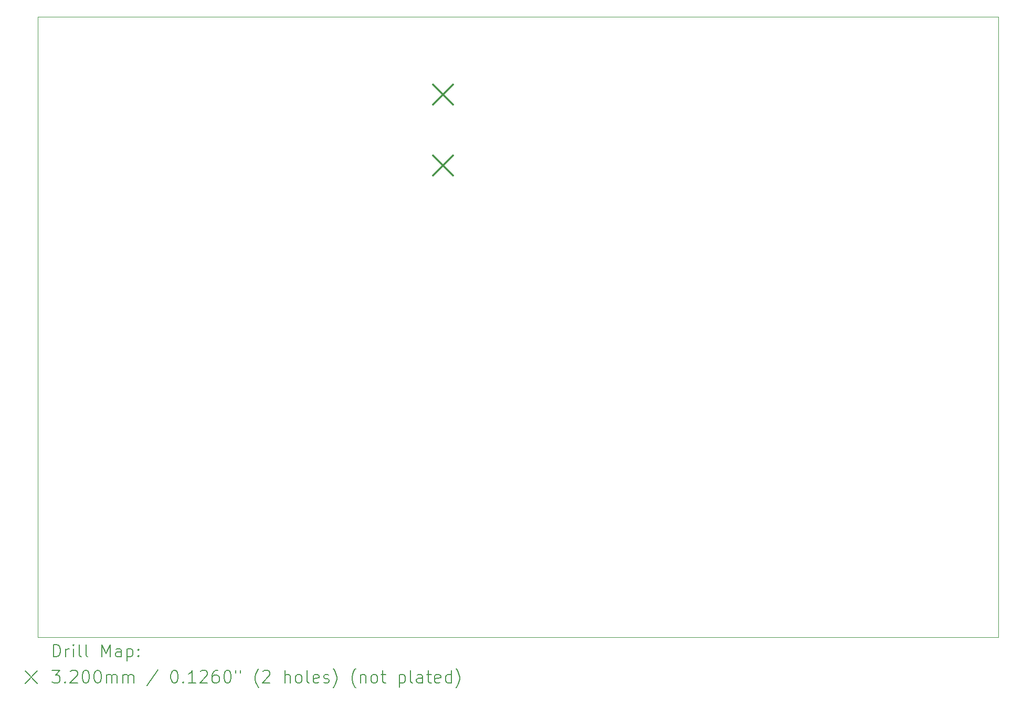
<source format=gbr>
%TF.GenerationSoftware,KiCad,Pcbnew,(6.0.10)*%
%TF.CreationDate,2023-01-17T16:52:09-07:00*%
%TF.ProjectId,MicroPanda,4d696372-6f50-4616-9e64-612e6b696361,rev?*%
%TF.SameCoordinates,Original*%
%TF.FileFunction,Drillmap*%
%TF.FilePolarity,Positive*%
%FSLAX45Y45*%
G04 Gerber Fmt 4.5, Leading zero omitted, Abs format (unit mm)*
G04 Created by KiCad (PCBNEW (6.0.10)) date 2023-01-17 16:52:09*
%MOMM*%
%LPD*%
G01*
G04 APERTURE LIST*
%ADD10C,0.050000*%
%ADD11C,0.200000*%
%ADD12C,0.320000*%
G04 APERTURE END LIST*
D10*
X22383400Y-14372600D02*
X6883400Y-14372600D01*
X6883400Y-14372600D02*
X6883400Y-4372600D01*
X6883400Y-4372600D02*
X22383400Y-4372600D01*
X22383400Y-4372600D02*
X22383400Y-14372600D01*
D11*
D12*
X13263900Y-5466600D02*
X13583900Y-5786600D01*
X13583900Y-5466600D02*
X13263900Y-5786600D01*
X13263900Y-6609600D02*
X13583900Y-6929600D01*
X13583900Y-6609600D02*
X13263900Y-6929600D01*
D11*
X7138519Y-14685576D02*
X7138519Y-14485576D01*
X7186138Y-14485576D01*
X7214709Y-14495100D01*
X7233757Y-14514148D01*
X7243281Y-14533195D01*
X7252805Y-14571290D01*
X7252805Y-14599862D01*
X7243281Y-14637957D01*
X7233757Y-14657005D01*
X7214709Y-14676052D01*
X7186138Y-14685576D01*
X7138519Y-14685576D01*
X7338519Y-14685576D02*
X7338519Y-14552243D01*
X7338519Y-14590338D02*
X7348043Y-14571290D01*
X7357567Y-14561767D01*
X7376614Y-14552243D01*
X7395662Y-14552243D01*
X7462328Y-14685576D02*
X7462328Y-14552243D01*
X7462328Y-14485576D02*
X7452805Y-14495100D01*
X7462328Y-14504624D01*
X7471852Y-14495100D01*
X7462328Y-14485576D01*
X7462328Y-14504624D01*
X7586138Y-14685576D02*
X7567090Y-14676052D01*
X7557567Y-14657005D01*
X7557567Y-14485576D01*
X7690900Y-14685576D02*
X7671852Y-14676052D01*
X7662328Y-14657005D01*
X7662328Y-14485576D01*
X7919471Y-14685576D02*
X7919471Y-14485576D01*
X7986138Y-14628433D01*
X8052805Y-14485576D01*
X8052805Y-14685576D01*
X8233757Y-14685576D02*
X8233757Y-14580814D01*
X8224233Y-14561767D01*
X8205186Y-14552243D01*
X8167090Y-14552243D01*
X8148043Y-14561767D01*
X8233757Y-14676052D02*
X8214709Y-14685576D01*
X8167090Y-14685576D01*
X8148043Y-14676052D01*
X8138519Y-14657005D01*
X8138519Y-14637957D01*
X8148043Y-14618909D01*
X8167090Y-14609386D01*
X8214709Y-14609386D01*
X8233757Y-14599862D01*
X8328995Y-14552243D02*
X8328995Y-14752243D01*
X8328995Y-14561767D02*
X8348043Y-14552243D01*
X8386138Y-14552243D01*
X8405186Y-14561767D01*
X8414710Y-14571290D01*
X8424233Y-14590338D01*
X8424233Y-14647481D01*
X8414710Y-14666528D01*
X8405186Y-14676052D01*
X8386138Y-14685576D01*
X8348043Y-14685576D01*
X8328995Y-14676052D01*
X8509948Y-14666528D02*
X8519471Y-14676052D01*
X8509948Y-14685576D01*
X8500424Y-14676052D01*
X8509948Y-14666528D01*
X8509948Y-14685576D01*
X8509948Y-14561767D02*
X8519471Y-14571290D01*
X8509948Y-14580814D01*
X8500424Y-14571290D01*
X8509948Y-14561767D01*
X8509948Y-14580814D01*
X6680900Y-14915100D02*
X6880900Y-15115100D01*
X6880900Y-14915100D02*
X6680900Y-15115100D01*
X7119471Y-14905576D02*
X7243281Y-14905576D01*
X7176614Y-14981767D01*
X7205186Y-14981767D01*
X7224233Y-14991290D01*
X7233757Y-15000814D01*
X7243281Y-15019862D01*
X7243281Y-15067481D01*
X7233757Y-15086528D01*
X7224233Y-15096052D01*
X7205186Y-15105576D01*
X7148043Y-15105576D01*
X7128995Y-15096052D01*
X7119471Y-15086528D01*
X7328995Y-15086528D02*
X7338519Y-15096052D01*
X7328995Y-15105576D01*
X7319471Y-15096052D01*
X7328995Y-15086528D01*
X7328995Y-15105576D01*
X7414709Y-14924624D02*
X7424233Y-14915100D01*
X7443281Y-14905576D01*
X7490900Y-14905576D01*
X7509948Y-14915100D01*
X7519471Y-14924624D01*
X7528995Y-14943671D01*
X7528995Y-14962719D01*
X7519471Y-14991290D01*
X7405186Y-15105576D01*
X7528995Y-15105576D01*
X7652805Y-14905576D02*
X7671852Y-14905576D01*
X7690900Y-14915100D01*
X7700424Y-14924624D01*
X7709948Y-14943671D01*
X7719471Y-14981767D01*
X7719471Y-15029386D01*
X7709948Y-15067481D01*
X7700424Y-15086528D01*
X7690900Y-15096052D01*
X7671852Y-15105576D01*
X7652805Y-15105576D01*
X7633757Y-15096052D01*
X7624233Y-15086528D01*
X7614709Y-15067481D01*
X7605186Y-15029386D01*
X7605186Y-14981767D01*
X7614709Y-14943671D01*
X7624233Y-14924624D01*
X7633757Y-14915100D01*
X7652805Y-14905576D01*
X7843281Y-14905576D02*
X7862328Y-14905576D01*
X7881376Y-14915100D01*
X7890900Y-14924624D01*
X7900424Y-14943671D01*
X7909948Y-14981767D01*
X7909948Y-15029386D01*
X7900424Y-15067481D01*
X7890900Y-15086528D01*
X7881376Y-15096052D01*
X7862328Y-15105576D01*
X7843281Y-15105576D01*
X7824233Y-15096052D01*
X7814709Y-15086528D01*
X7805186Y-15067481D01*
X7795662Y-15029386D01*
X7795662Y-14981767D01*
X7805186Y-14943671D01*
X7814709Y-14924624D01*
X7824233Y-14915100D01*
X7843281Y-14905576D01*
X7995662Y-15105576D02*
X7995662Y-14972243D01*
X7995662Y-14991290D02*
X8005186Y-14981767D01*
X8024233Y-14972243D01*
X8052805Y-14972243D01*
X8071852Y-14981767D01*
X8081376Y-15000814D01*
X8081376Y-15105576D01*
X8081376Y-15000814D02*
X8090900Y-14981767D01*
X8109948Y-14972243D01*
X8138519Y-14972243D01*
X8157567Y-14981767D01*
X8167090Y-15000814D01*
X8167090Y-15105576D01*
X8262328Y-15105576D02*
X8262328Y-14972243D01*
X8262328Y-14991290D02*
X8271852Y-14981767D01*
X8290900Y-14972243D01*
X8319471Y-14972243D01*
X8338519Y-14981767D01*
X8348043Y-15000814D01*
X8348043Y-15105576D01*
X8348043Y-15000814D02*
X8357567Y-14981767D01*
X8376614Y-14972243D01*
X8405186Y-14972243D01*
X8424233Y-14981767D01*
X8433757Y-15000814D01*
X8433757Y-15105576D01*
X8824233Y-14896052D02*
X8652805Y-15153195D01*
X9081376Y-14905576D02*
X9100424Y-14905576D01*
X9119471Y-14915100D01*
X9128995Y-14924624D01*
X9138519Y-14943671D01*
X9148043Y-14981767D01*
X9148043Y-15029386D01*
X9138519Y-15067481D01*
X9128995Y-15086528D01*
X9119471Y-15096052D01*
X9100424Y-15105576D01*
X9081376Y-15105576D01*
X9062329Y-15096052D01*
X9052805Y-15086528D01*
X9043281Y-15067481D01*
X9033757Y-15029386D01*
X9033757Y-14981767D01*
X9043281Y-14943671D01*
X9052805Y-14924624D01*
X9062329Y-14915100D01*
X9081376Y-14905576D01*
X9233757Y-15086528D02*
X9243281Y-15096052D01*
X9233757Y-15105576D01*
X9224233Y-15096052D01*
X9233757Y-15086528D01*
X9233757Y-15105576D01*
X9433757Y-15105576D02*
X9319471Y-15105576D01*
X9376614Y-15105576D02*
X9376614Y-14905576D01*
X9357567Y-14934148D01*
X9338519Y-14953195D01*
X9319471Y-14962719D01*
X9509948Y-14924624D02*
X9519471Y-14915100D01*
X9538519Y-14905576D01*
X9586138Y-14905576D01*
X9605186Y-14915100D01*
X9614710Y-14924624D01*
X9624233Y-14943671D01*
X9624233Y-14962719D01*
X9614710Y-14991290D01*
X9500424Y-15105576D01*
X9624233Y-15105576D01*
X9795662Y-14905576D02*
X9757567Y-14905576D01*
X9738519Y-14915100D01*
X9728995Y-14924624D01*
X9709948Y-14953195D01*
X9700424Y-14991290D01*
X9700424Y-15067481D01*
X9709948Y-15086528D01*
X9719471Y-15096052D01*
X9738519Y-15105576D01*
X9776614Y-15105576D01*
X9795662Y-15096052D01*
X9805186Y-15086528D01*
X9814710Y-15067481D01*
X9814710Y-15019862D01*
X9805186Y-15000814D01*
X9795662Y-14991290D01*
X9776614Y-14981767D01*
X9738519Y-14981767D01*
X9719471Y-14991290D01*
X9709948Y-15000814D01*
X9700424Y-15019862D01*
X9938519Y-14905576D02*
X9957567Y-14905576D01*
X9976614Y-14915100D01*
X9986138Y-14924624D01*
X9995662Y-14943671D01*
X10005186Y-14981767D01*
X10005186Y-15029386D01*
X9995662Y-15067481D01*
X9986138Y-15086528D01*
X9976614Y-15096052D01*
X9957567Y-15105576D01*
X9938519Y-15105576D01*
X9919471Y-15096052D01*
X9909948Y-15086528D01*
X9900424Y-15067481D01*
X9890900Y-15029386D01*
X9890900Y-14981767D01*
X9900424Y-14943671D01*
X9909948Y-14924624D01*
X9919471Y-14915100D01*
X9938519Y-14905576D01*
X10081376Y-14905576D02*
X10081376Y-14943671D01*
X10157567Y-14905576D02*
X10157567Y-14943671D01*
X10452805Y-15181767D02*
X10443281Y-15172243D01*
X10424233Y-15143671D01*
X10414710Y-15124624D01*
X10405186Y-15096052D01*
X10395662Y-15048433D01*
X10395662Y-15010338D01*
X10405186Y-14962719D01*
X10414710Y-14934148D01*
X10424233Y-14915100D01*
X10443281Y-14886528D01*
X10452805Y-14877005D01*
X10519471Y-14924624D02*
X10528995Y-14915100D01*
X10548043Y-14905576D01*
X10595662Y-14905576D01*
X10614710Y-14915100D01*
X10624233Y-14924624D01*
X10633757Y-14943671D01*
X10633757Y-14962719D01*
X10624233Y-14991290D01*
X10509948Y-15105576D01*
X10633757Y-15105576D01*
X10871852Y-15105576D02*
X10871852Y-14905576D01*
X10957567Y-15105576D02*
X10957567Y-15000814D01*
X10948043Y-14981767D01*
X10928995Y-14972243D01*
X10900424Y-14972243D01*
X10881376Y-14981767D01*
X10871852Y-14991290D01*
X11081376Y-15105576D02*
X11062329Y-15096052D01*
X11052805Y-15086528D01*
X11043281Y-15067481D01*
X11043281Y-15010338D01*
X11052805Y-14991290D01*
X11062329Y-14981767D01*
X11081376Y-14972243D01*
X11109948Y-14972243D01*
X11128995Y-14981767D01*
X11138519Y-14991290D01*
X11148043Y-15010338D01*
X11148043Y-15067481D01*
X11138519Y-15086528D01*
X11128995Y-15096052D01*
X11109948Y-15105576D01*
X11081376Y-15105576D01*
X11262328Y-15105576D02*
X11243281Y-15096052D01*
X11233757Y-15077005D01*
X11233757Y-14905576D01*
X11414709Y-15096052D02*
X11395662Y-15105576D01*
X11357567Y-15105576D01*
X11338519Y-15096052D01*
X11328995Y-15077005D01*
X11328995Y-15000814D01*
X11338519Y-14981767D01*
X11357567Y-14972243D01*
X11395662Y-14972243D01*
X11414709Y-14981767D01*
X11424233Y-15000814D01*
X11424233Y-15019862D01*
X11328995Y-15038909D01*
X11500424Y-15096052D02*
X11519471Y-15105576D01*
X11557567Y-15105576D01*
X11576614Y-15096052D01*
X11586138Y-15077005D01*
X11586138Y-15067481D01*
X11576614Y-15048433D01*
X11557567Y-15038909D01*
X11528995Y-15038909D01*
X11509948Y-15029386D01*
X11500424Y-15010338D01*
X11500424Y-15000814D01*
X11509948Y-14981767D01*
X11528995Y-14972243D01*
X11557567Y-14972243D01*
X11576614Y-14981767D01*
X11652805Y-15181767D02*
X11662328Y-15172243D01*
X11681376Y-15143671D01*
X11690900Y-15124624D01*
X11700424Y-15096052D01*
X11709948Y-15048433D01*
X11709948Y-15010338D01*
X11700424Y-14962719D01*
X11690900Y-14934148D01*
X11681376Y-14915100D01*
X11662328Y-14886528D01*
X11652805Y-14877005D01*
X12014709Y-15181767D02*
X12005186Y-15172243D01*
X11986138Y-15143671D01*
X11976614Y-15124624D01*
X11967090Y-15096052D01*
X11957567Y-15048433D01*
X11957567Y-15010338D01*
X11967090Y-14962719D01*
X11976614Y-14934148D01*
X11986138Y-14915100D01*
X12005186Y-14886528D01*
X12014709Y-14877005D01*
X12090900Y-14972243D02*
X12090900Y-15105576D01*
X12090900Y-14991290D02*
X12100424Y-14981767D01*
X12119471Y-14972243D01*
X12148043Y-14972243D01*
X12167090Y-14981767D01*
X12176614Y-15000814D01*
X12176614Y-15105576D01*
X12300424Y-15105576D02*
X12281376Y-15096052D01*
X12271852Y-15086528D01*
X12262328Y-15067481D01*
X12262328Y-15010338D01*
X12271852Y-14991290D01*
X12281376Y-14981767D01*
X12300424Y-14972243D01*
X12328995Y-14972243D01*
X12348043Y-14981767D01*
X12357567Y-14991290D01*
X12367090Y-15010338D01*
X12367090Y-15067481D01*
X12357567Y-15086528D01*
X12348043Y-15096052D01*
X12328995Y-15105576D01*
X12300424Y-15105576D01*
X12424233Y-14972243D02*
X12500424Y-14972243D01*
X12452805Y-14905576D02*
X12452805Y-15077005D01*
X12462328Y-15096052D01*
X12481376Y-15105576D01*
X12500424Y-15105576D01*
X12719471Y-14972243D02*
X12719471Y-15172243D01*
X12719471Y-14981767D02*
X12738519Y-14972243D01*
X12776614Y-14972243D01*
X12795662Y-14981767D01*
X12805186Y-14991290D01*
X12814709Y-15010338D01*
X12814709Y-15067481D01*
X12805186Y-15086528D01*
X12795662Y-15096052D01*
X12776614Y-15105576D01*
X12738519Y-15105576D01*
X12719471Y-15096052D01*
X12928995Y-15105576D02*
X12909948Y-15096052D01*
X12900424Y-15077005D01*
X12900424Y-14905576D01*
X13090900Y-15105576D02*
X13090900Y-15000814D01*
X13081376Y-14981767D01*
X13062328Y-14972243D01*
X13024233Y-14972243D01*
X13005186Y-14981767D01*
X13090900Y-15096052D02*
X13071852Y-15105576D01*
X13024233Y-15105576D01*
X13005186Y-15096052D01*
X12995662Y-15077005D01*
X12995662Y-15057957D01*
X13005186Y-15038909D01*
X13024233Y-15029386D01*
X13071852Y-15029386D01*
X13090900Y-15019862D01*
X13157567Y-14972243D02*
X13233757Y-14972243D01*
X13186138Y-14905576D02*
X13186138Y-15077005D01*
X13195662Y-15096052D01*
X13214709Y-15105576D01*
X13233757Y-15105576D01*
X13376614Y-15096052D02*
X13357567Y-15105576D01*
X13319471Y-15105576D01*
X13300424Y-15096052D01*
X13290900Y-15077005D01*
X13290900Y-15000814D01*
X13300424Y-14981767D01*
X13319471Y-14972243D01*
X13357567Y-14972243D01*
X13376614Y-14981767D01*
X13386138Y-15000814D01*
X13386138Y-15019862D01*
X13290900Y-15038909D01*
X13557567Y-15105576D02*
X13557567Y-14905576D01*
X13557567Y-15096052D02*
X13538519Y-15105576D01*
X13500424Y-15105576D01*
X13481376Y-15096052D01*
X13471852Y-15086528D01*
X13462328Y-15067481D01*
X13462328Y-15010338D01*
X13471852Y-14991290D01*
X13481376Y-14981767D01*
X13500424Y-14972243D01*
X13538519Y-14972243D01*
X13557567Y-14981767D01*
X13633757Y-15181767D02*
X13643281Y-15172243D01*
X13662328Y-15143671D01*
X13671852Y-15124624D01*
X13681376Y-15096052D01*
X13690900Y-15048433D01*
X13690900Y-15010338D01*
X13681376Y-14962719D01*
X13671852Y-14934148D01*
X13662328Y-14915100D01*
X13643281Y-14886528D01*
X13633757Y-14877005D01*
M02*

</source>
